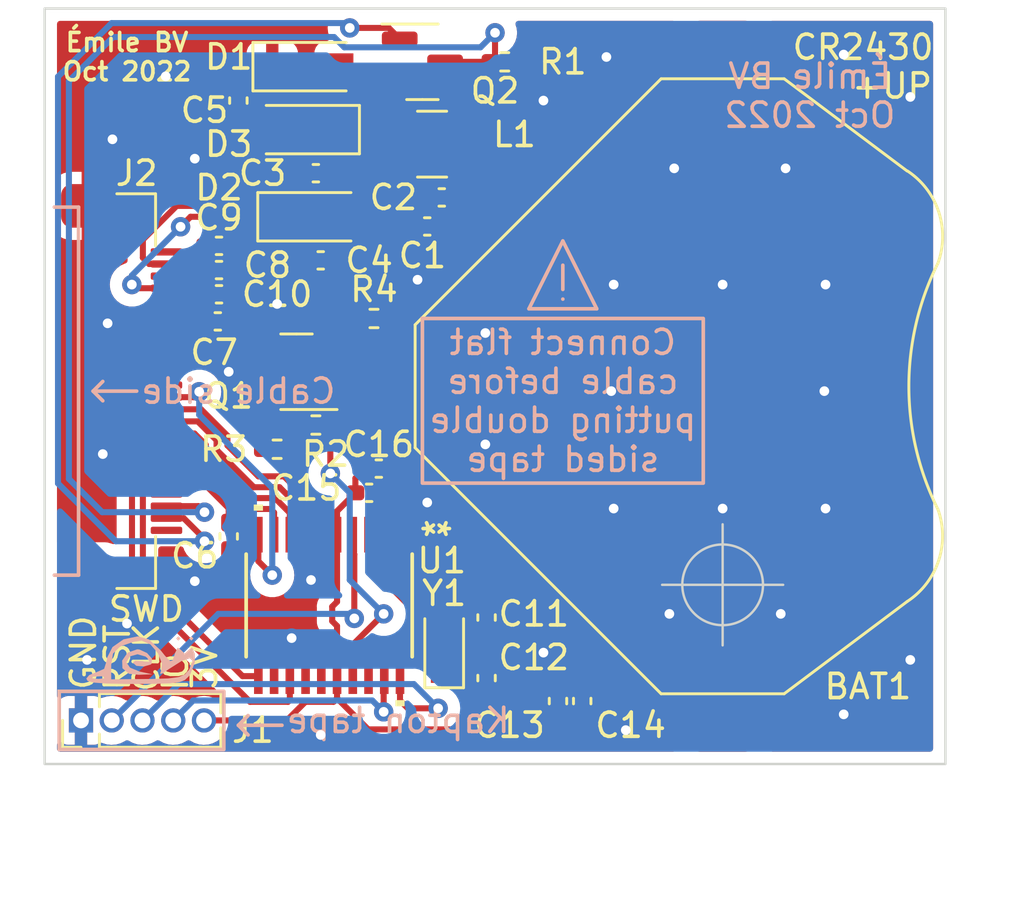
<source format=kicad_pcb>
(kicad_pcb (version 20241229) (generator "pcbnew") (generator_version "9.0")
  (layers (0 "F.Cu" signal) (2 "B.Cu" signal) (13 "F.Paste" user) (15 "B.Paste" user) (5 "F.SilkS" user "F.Silkscreen") (7 "B.SilkS" user "B.Silkscreen") (1 "F.Mask" user) (3 "B.Mask" user) (25 "Edge.Cuts" user))
  (net 0 "")
  (net 1 "Net-(C3-Pad2)")
  (net 3 "MCU_RESET")
  (net 4 "GND")
  (net 6 "/edp/edp_spi_cs")
  (net 7 "/edp/edp_spi_clk")
  (net 8 "/edp/edp_spi_mosi")
  (net 10 "/edp/edp_bs")
  (net 11 "/edp/edp_busy")
  (net 12 "/edp/edp_reset")
  (net 13 "/edp/edp_dc")
  (net 14 "SWDIO")
  (net 15 "SWDCLK")
  (net 18 "Net-(C6-Pad2)")
  (net 21 "Net-(C7-Pad1)")
  (net 23 "Net-(C10-Pad1)")
  (net 24 "Net-(C4-Pad2)")
  (net 25 "Net-(C8-Pad1)")
  (net 26 "Net-(C5-Pad2)")
  (net 27 "Net-(C9-Pad1)")
  (net 28 "VCC")
  (net 29 "Net-(C3-Pad1)")
  (net 30 "Net-(C11-Pad2)")
  (net 31 "Net-(C12-Pad2)")
  (net 33 "edpVCC")
  (net 34 "Net-(J2-Pad2)")
  (net 35 "Net-(J2-Pad3)")
  (net 36 "Net-(Q1-Pad1)")
  (net 37 "/edp/VCC_Enable")
  (footprint "FFC2B35-24-T:FFC2B35-24-T" (layer "F.Cu") (at 122.38 85.4 -90)
    (property "Reference" "J2" (at -9 0.58 0) (layer "F.SilkS"))
    (property "Value" "EDP_24pin_conn FFC2B35-24-T")
    (pad "1" smd roundrect (at 5.75 -0.65 270) (size 0.3 1.3) (layers "F.Cu" "F.Mask" "F.Paste"))
    (pad "2" smd roundrect (at 5.25 -0.65 270) (size 0.3 1.3) (layers "F.Cu" "F.Mask" "F.Paste") (net 34 "Net-(J2-Pad2)"))
    (pad "3" smd roundrect (at 4.75 -0.65 270) (size 0.3 1.3) (layers "F.Cu" "F.Mask" "F.Paste") (net 35 "Net-(J2-Pad3)"))
    (pad "4" smd roundrect (at 4.25 -0.65 270) (size 0.3 1.3) (layers "F.Cu" "F.Mask" "F.Paste"))
    (pad "5" smd roundrect (at 3.75 -0.65 270) (size 0.3 1.3) (layers "F.Cu" "F.Mask" "F.Paste") (net 18 "Net-(C6-Pad2)"))
    (pad "6" smd roundrect (at 3.25 -0.65 270) (size 0.3 1.3) (layers "F.Cu" "F.Mask" "F.Paste"))
    (pad "7" smd roundrect (at 2.75 -0.65 270) (size 0.3 1.3) (layers "F.Cu" "F.Mask" "F.Paste"))
    (pad "8" smd roundrect (at 2.25 -0.65 270) (size 0.3 1.3) (layers "F.Cu" "F.Mask" "F.Paste") (net 10 "/edp/edp_bs"))
    (pad "9" smd roundrect (at 1.75 -0.65 270) (size 0.3 1.3) (layers "F.Cu" "F.Mask" "F.Paste") (net 11 "/edp/edp_busy"))
    (pad "10" smd roundrect (at 1.25 -0.65 270) (size 0.3 1.3) (layers "F.Cu" "F.Mask" "F.Paste") (net 12 "/edp/edp_reset"))
    (pad "11" smd roundrect (at 0.75 -0.65 270) (size 0.3 1.3) (layers "F.Cu" "F.Mask" "F.Paste") (net 13 "/edp/edp_dc"))
    (pad "12" smd roundrect (at 0.25 -0.65 270) (size 0.3 1.3) (layers "F.Cu" "F.Mask" "F.Paste") (net 6 "/edp/edp_spi_cs"))
    (pad "13" smd roundrect (at -0.25 -0.65 270) (size 0.3 1.3) (layers "F.Cu" "F.Mask" "F.Paste") (net 7 "/edp/edp_spi_clk"))
    (pad "14" smd roundrect (at -0.75 -0.65 270) (size 0.3 1.3) (layers "F.Cu" "F.Mask" "F.Paste") (net 8 "/edp/edp_spi_mosi"))
    (pad "15" smd roundrect (at -1.25 -0.65 270) (size 0.3 1.3) (layers "F.Cu" "F.Mask" "F.Paste") (net 33 "edpVCC"))
    (pad "16" smd roundrect (at -1.75 -0.65 270) (size 0.3 1.3) (layers "F.Cu" "F.Mask" "F.Paste") (net 33 "edpVCC"))
    (pad "17" smd roundrect (at -2.25 -0.65 270) (size 0.3 1.3) (layers "F.Cu" "F.Mask" "F.Paste") (net 4 "GND"))
    (pad "18" smd roundrect (at -2.75 -0.65 270) (size 0.3 1.3) (layers "F.Cu" "F.Mask" "F.Paste") (net 21 "Net-(C7-Pad1)"))
    (pad "19" smd roundrect (at -3.25 -0.65 270) (size 0.3 1.3) (layers "F.Cu" "F.Mask" "F.Paste"))
    (pad "20" smd roundrect (at -3.75 -0.65 270) (size 0.3 1.3) (layers "F.Cu" "F.Mask" "F.Paste") (net 23 "Net-(C10-Pad1)"))
    (pad "21" smd roundrect (at -4.25 -0.65 270) (size 0.3 1.3) (layers "F.Cu" "F.Mask" "F.Paste") (net 24 "Net-(C4-Pad2)"))
    (pad "22" smd roundrect (at -4.75 -0.65 270) (size 0.3 1.3) (layers "F.Cu" "F.Mask" "F.Paste") (net 25 "Net-(C8-Pad1)"))
    (pad "23" smd roundrect (at -5.25 -0.65 270) (size 0.3 1.3) (layers "F.Cu" "F.Mask" "F.Paste") (net 26 "Net-(C5-Pad2)"))
    (pad "24" smd roundrect (at -5.75 -0.65 270) (size 0.3 1.3) (layers "F.Cu" "F.Mask" "F.Paste") (net 27 "Net-(C9-Pad1)"))
    (pad "Pad" smd roundrect (at -7.65 2.6 270) (size 1.8 2.2) (layers "F.Cu" "F.Mask" "F.Paste") (net 4 "GND"))
    (pad "Pad" smd roundrect (at 7.65 2.6 270) (size 1.8 2.2) (layers "F.Cu" "F.Mask" "F.Paste") (net 4 "GND"))
  )
  (footprint "Capacitor_SMD:C_0402_1005Metric_Pad0.74x0.62mm_HandSolder" (layer "F.Cu") (at 131.8 88.6 180)
    (property "Reference" "C16" (at 0 1 0) (layer "F.SilkS"))
    (property "Value" "0.1uF")
    (pad "1" smd roundrect (at -0.5675 0 180) (size 0.735 0.62) (layers "F.Cu" "F.Mask" "F.Paste") (net 4 "GND"))
    (pad "2" smd roundrect (at 0.5675 0 180) (size 0.735 0.62) (layers "F.Cu" "F.Mask" "F.Paste") (net 28 "VCC"))
  )
  (footprint "Package_TO_SOT_SMD:SOT-23" (layer "F.Cu") (at 133.6 71.8)
    (property "Reference" "Q2" (at 3 1.2 0) (layer "F.SilkS"))
    (property "Value" "PJA3430_R1_00001")
    (pad "1" smd roundrect (at -0.9375 -0.95) (size 1.475 0.6) (layers "F.Cu" "F.Mask" "F.Paste") (net 34 "Net-(J2-Pad2)"))
    (pad "2" smd roundrect (at -0.9375 0.95) (size 1.475 0.6) (layers "F.Cu" "F.Mask" "F.Paste") (net 1 "Net-(C3-Pad2)"))
    (pad "3" smd roundrect (at 0.9375 0) (size 1.475 0.6) (layers "F.Cu" "F.Mask" "F.Paste") (net 35 "Net-(J2-Pad3)"))
  )
  (footprint "MCU_STM32L010xx:TSSOP20" (layer "F.Cu") (at 129.75 94.25 -90)
    (property "Reference" "U1" (at -1.85 -4.65 0) (layer "F.SilkS"))
    (property "Value" "STM32L010F4P6")
    (fp_text user "*" (at -3.175 -4.423601 270) (layer "F.SilkS"))
    (fp_text user "*" (at -3.175 -4.423601 270) (layer "F.SilkS"))
    (pad "1" smd rect (at -2.921 -2.925 270) (size 1.4732 0.3556) (layers "F.Cu" "F.Mask" "F.Paste"))
    (pad "2" smd rect (at -2.921 -2.274999 270) (size 1.4732 0.3556) (layers "F.Cu" "F.Mask" "F.Paste") (net 30 "Net-(C11-Pad2)"))
    (pad "3" smd rect (at -2.921 -1.625001 270) (size 1.4732 0.3556) (layers "F.Cu" "F.Mask" "F.Paste") (net 31 "Net-(C12-Pad2)"))
    (pad "4" smd rect (at -2.921 -0.974999 270) (size 1.4732 0.3556) (layers "F.Cu" "F.Mask" "F.Paste") (net 3 "MCU_RESET"))
    (pad "5" smd rect (at -2.921 -0.325001 270) (size 1.4732 0.3556) (layers "F.Cu" "F.Mask" "F.Paste") (net 28 "VCC"))
    (pad "6" smd rect (at -2.921 0.324998 270) (size 1.4732 0.3556) (layers "F.Cu" "F.Mask" "F.Paste") (net 13 "/edp/edp_dc"))
    (pad "7" smd rect (at -2.921 0.974999 270) (size 1.4732 0.3556) (layers "F.Cu" "F.Mask" "F.Paste") (net 12 "/edp/edp_reset"))
    (pad "8" smd rect (at -2.921 1.624998 270) (size 1.4732 0.3556) (layers "F.Cu" "F.Mask" "F.Paste") (net 11 "/edp/edp_busy"))
    (pad "9" smd rect (at -2.921 2.274999 270) (size 1.4732 0.3556) (layers "F.Cu" "F.Mask" "F.Paste") (net 10 "/edp/edp_bs"))
    (pad "10" smd rect (at -2.921 2.924998 270) (size 1.4732 0.3556) (layers "F.Cu" "F.Mask" "F.Paste") (net 6 "/edp/edp_spi_cs"))
    (pad "11" smd rect (at 2.921 2.925 270) (size 1.4732 0.3556) (layers "F.Cu" "F.Mask" "F.Paste") (net 7 "/edp/edp_spi_clk"))
    (pad "12" smd rect (at 2.921 2.275002 270) (size 1.4732 0.3556) (layers "F.Cu" "F.Mask" "F.Paste"))
    (pad "13" smd rect (at 2.921 1.625001 270) (size 1.4732 0.3556) (layers "F.Cu" "F.Mask" "F.Paste") (net 8 "/edp/edp_spi_mosi"))
    (pad "14" smd rect (at 2.921 0.975002 270) (size 1.4732 0.3556) (layers "F.Cu" "F.Mask" "F.Paste"))
    (pad "15" smd rect (at 2.921 0.325001 270) (size 1.4732 0.3556) (layers "F.Cu" "F.Mask" "F.Paste") (net 4 "GND"))
    (pad "16" smd rect (at 2.921 -0.324998 270) (size 1.4732 0.3556) (layers "F.Cu" "F.Mask" "F.Paste") (net 28 "VCC"))
    (pad "17" smd rect (at 2.921 -0.974999 270) (size 1.4732 0.3556) (layers "F.Cu" "F.Mask" "F.Paste") (net 37 "/edp/VCC_Enable"))
    (pad "18" smd rect (at 2.921 -1.624998 270) (size 1.4732 0.3556) (layers "F.Cu" "F.Mask" "F.Paste"))
    (pad "19" smd rect (at 2.921 -2.274999 270) (size 1.4732 0.3556) (layers "F.Cu" "F.Mask" "F.Paste") (net 14 "SWDIO"))
    (pad "20" smd rect (at 2.921 -2.924998 270) (size 1.4732 0.3556) (layers "F.Cu" "F.Mask" "F.Paste") (net 15 "SWDCLK"))
  )
  (footprint "Capacitor_SMD:C_0402_1005Metric_Pad0.74x0.62mm_HandSolder" (layer "F.Cu") (at 139.2 98.2 90)
    (property "Reference" "C13" (at -1 -2 180) (layer "F.SilkS"))
    (property "Value" "1uF" (hide yes))
    (pad "1" smd roundrect (at -0.5675 0 90) (size 0.735 0.62) (layers "F.Cu" "F.Mask" "F.Paste") (net 4 "GND"))
    (pad "2" smd roundrect (at 0.5675 0 90) (size 0.735 0.62) (layers "F.Cu" "F.Mask" "F.Paste") (net 28 "VCC"))
  )
  (footprint "Crystal:Crystal_SMD_2012-2Pin_2.0x1.2mm_HandSoldering" (layer "F.Cu") (at 134.5 96 90)
    (property "Reference" "Y1" (at 2.25 0 180) (layer "F.SilkS"))
    (property "Value" "Crystal" (hide yes))
    (pad "1" smd rect (at -0.925 0 90) (size 1.05 1.1) (layers "F.Cu" "F.Mask" "F.Paste") (net 31 "Net-(C12-Pad2)"))
    (pad "2" smd rect (at 0.925 0 90) (size 1.05 1.1) (layers "F.Cu" "F.Mask" "F.Paste") (net 30 "Net-(C11-Pad2)"))
  )
  (footprint "Capacitor_SMD:C_0402_1005Metric_Pad0.74x0.62mm_HandSolder" (layer "F.Cu") (at 134.4 77.4)
    (property "Reference" "C2" (at -2 0 0) (layer "F.SilkS"))
    (property "Value" "0.1uF / 6.3V")
    (pad "1" smd roundrect (at -0.5675 0) (size 0.735 0.62) (layers "F.Cu" "F.Mask" "F.Paste") (net 33 "edpVCC"))
    (pad "2" smd roundrect (at 0.5675 0) (size 0.735 0.62) (layers "F.Cu" "F.Mask" "F.Paste") (net 4 "GND"))
  )
  (footprint "Resistor_SMD:R_0402_1005Metric_Pad0.72x0.64mm_HandSolder" (layer "F.Cu") (at 129.2 86.8 180)
    (property "Reference" "R2" (at -0.4 -1.2 180) (layer "F.SilkS"))
    (property "Value" "1")
    (pad "1" smd roundrect (at -0.5975 0 180) (size 0.715 0.64) (layers "F.Cu" "F.Mask" "F.Paste") (net 37 "/edp/VCC_Enable"))
    (pad "2" smd roundrect (at 0.5975 0 180) (size 0.715 0.64) (layers "F.Cu" "F.Mask" "F.Paste") (net 36 "Net-(Q1-Pad1)"))
  )
  (footprint "Capacitor_SMD:C_0402_1005Metric_Pad0.74x0.62mm_HandSolder" (layer "F.Cu") (at 140.2 98.2 90)
    (property "Reference" "C14" (at -1 2 180) (layer "F.SilkS"))
    (property "Value" "0.1uF")
    (pad "1" smd roundrect (at -0.5675 0 90) (size 0.735 0.62) (layers "F.Cu" "F.Mask" "F.Paste") (net 4 "GND"))
    (pad "2" smd roundrect (at 0.5675 0 90) (size 0.735 0.62) (layers "F.Cu" "F.Mask" "F.Paste") (net 28 "VCC"))
  )
  (footprint "Capacitor_SMD:C_0402_1005Metric_Pad0.74x0.62mm_HandSolder" (layer "F.Cu") (at 125.2 79.4)
    (property "Reference" "C9" (at 0 -1.16 0) (layer "F.SilkS"))
    (property "Value" "1uF / 25V")
    (pad "1" smd roundrect (at -0.5675 0) (size 0.735 0.62) (layers "F.Cu" "F.Mask" "F.Paste") (net 27 "Net-(C9-Pad1)"))
    (pad "2" smd roundrect (at 0.5675 0) (size 0.735 0.62) (layers "F.Cu" "F.Mask" "F.Paste") (net 4 "GND"))
  )
  (footprint "Resistor_SMD:R_0402_1005Metric_Pad0.72x0.64mm_HandSolder" (layer "F.Cu") (at 131.6 82.4 180)
    (property "Reference" "R4" (at 0 1.2 0) (layer "F.SilkS"))
    (property "Value" "100k")
    (pad "1" smd roundrect (at -0.5975 0 180) (size 0.715 0.64) (layers "F.Cu" "F.Mask" "F.Paste") (net 4 "GND"))
    (pad "2" smd roundrect (at 0.5975 0 180) (size 0.715 0.64) (layers "F.Cu" "F.Mask" "F.Paste") (net 33 "edpVCC"))
  )
  (footprint "CoinCellHolder:AdamTech_CR2430_BH-109B-5_num_pads" (layer "F.Cu") (at 146 85.2 -90)
    (property "Reference" "BAT1" (at 12.4 -6 0) (layer "F.SilkS"))
    (property "Value" "AdamTech_CR2430_BH-109B-5")
    (pad "1" smd roundrect (at -13.97 0 180) (size 3 2.25) (layers "F.Cu" "F.Mask" "F.Paste"))
    (pad "2" smd roundrect (at 0 13.97 270) (size 3 2.25) (layers "F.Cu" "F.Mask" "F.Paste") (net 28 "VCC"))
    (pad "3" smd roundrect (at 13.97 0 180) (size 3 2.25) (layers "F.Cu" "F.Mask" "F.Paste") (net 28 "VCC"))
    (pad "4" smd roundrect (at 0 0 270) (size 5 5) (layers "F.Cu" "F.Mask" "F.Paste") (net 4 "GND"))
  )
  (footprint "Capacitor_SMD:C_0402_1005Metric_Pad0.74x0.62mm_HandSolder" (layer "F.Cu") (at 131.4 89.6 180)
    (property "Reference" "C15" (at 2.6 0.2 180) (layer "F.SilkS"))
    (property "Value" "1uF")
    (pad "1" smd roundrect (at -0.5675 0 180) (size 0.735 0.62) (layers "F.Cu" "F.Mask" "F.Paste") (net 4 "GND"))
    (pad "2" smd roundrect (at 0.5675 0 180) (size 0.735 0.62) (layers "F.Cu" "F.Mask" "F.Paste") (net 28 "VCC"))
  )
  (footprint "Package_TO_SOT_SMD:SOT-23" (layer "F.Cu") (at 128.4 84.6 180)
    (property "Reference" "Q1" (at 2.8 -1 0) (layer "F.SilkS"))
    (property "Value" "PJA3431_R1_00001")
    (pad "1" smd roundrect (at -0.9375 -0.95 180) (size 1.475 0.6) (layers "F.Cu" "F.Mask" "F.Paste") (net 36 "Net-(Q1-Pad1)"))
    (pad "2" smd roundrect (at -0.9375 0.95 180) (size 1.475 0.6) (layers "F.Cu" "F.Mask" "F.Paste") (net 33 "edpVCC"))
    (pad "3" smd roundrect (at 0.9375 0 180) (size 1.475 0.6) (layers "F.Cu" "F.Mask" "F.Paste") (net 28 "VCC"))
  )
  (footprint "Capacitor_SMD:C_0402_1005Metric_Pad0.74x0.62mm_HandSolder" (layer "F.Cu") (at 126 73.4 -90)
    (property "Reference" "C5" (at 0.4 1.4 180) (layer "F.SilkS"))
    (property "Value" "1uF / 25V")
    (pad "1" smd roundrect (at -0.5675 0 270) (size 0.735 0.62) (layers "F.Cu" "F.Mask" "F.Paste") (net 4 "GND"))
    (pad "2" smd roundrect (at 0.5675 0 270) (size 0.735 0.62) (layers "F.Cu" "F.Mask" "F.Paste") (net 26 "Net-(C5-Pad2)"))
  )
  (footprint "Capacitor_SMD:C_0402_1005Metric_Pad0.74x0.62mm_HandSolder" (layer "F.Cu") (at 129.4 80 180)
    (property "Reference" "C4" (at -2 0 180) (layer "F.SilkS"))
    (property "Value" "1uF / 25V")
    (pad "1" smd roundrect (at -0.5675 0 180) (size 0.735 0.62) (layers "F.Cu" "F.Mask" "F.Paste") (net 4 "GND"))
    (pad "2" smd roundrect (at 0.5675 0 180) (size 0.735 0.62) (layers "F.Cu" "F.Mask" "F.Paste") (net 24 "Net-(C4-Pad2)"))
  )
  (footprint "Capacitor_SMD:C_0402_1005Metric_Pad0.74x0.62mm_HandSolder" (layer "F.Cu") (at 136.25 94.75 -90)
    (property "Reference" "C11" (at -0.15 -1.95 0) (layer "F.SilkS"))
    (property "Value" "6pF")
    (pad "1" smd roundrect (at -0.5675 0 270) (size 0.735 0.62) (layers "F.Cu" "F.Mask" "F.Paste") (net 4 "GND"))
    (pad "2" smd roundrect (at 0.5675 0 270) (size 0.735 0.62) (layers "F.Cu" "F.Mask" "F.Paste") (net 30 "Net-(C11-Pad2)"))
  )
  (footprint "Resistor_SMD:R_0402_1005Metric_Pad0.72x0.64mm_HandSolder" (layer "F.Cu") (at 137 71.8 180)
    (property "Reference" "R1" (at -2.4 0 0) (layer "F.SilkS"))
    (property "Value" "0.47R")
    (pad "1" smd roundrect (at -0.5975 0 180) (size 0.715 0.64) (layers "F.Cu" "F.Mask" "F.Paste") (net 4 "GND"))
    (pad "2" smd roundrect (at 0.5975 0 180) (size 0.715 0.64) (layers "F.Cu" "F.Mask" "F.Paste") (net 35 "Net-(J2-Pad3)"))
  )
  (footprint "Diode_SMD:D_SOD-123F" (layer "F.Cu") (at 129 78.2)
    (property "Reference" "D2" (at -3.8 -1.2 0) (layer "F.SilkS"))
    (property "Value" "SS2040FL")
    (pad "1" smd rect (at -1.4 0) (size 1.1 1.1) (layers "F.Cu" "F.Mask" "F.Paste") (net 24 "Net-(C4-Pad2)"))
    (pad "2" smd rect (at 1.4 0) (size 1.1 1.1) (layers "F.Cu" "F.Mask" "F.Paste") (net 1 "Net-(C3-Pad2)"))
  )
  (footprint "Capacitor_SMD:C_0402_1005Metric_Pad0.74x0.62mm_HandSolder" (layer "F.Cu") (at 125.6 91.4 90)
    (property "Reference" "C6" (at -0.8 -1.4 180) (layer "F.SilkS"))
    (property "Value" "1uF / 25V")
    (pad "1" smd roundrect (at -0.5675 0 90) (size 0.735 0.62) (layers "F.Cu" "F.Mask" "F.Paste") (net 4 "GND"))
    (pad "2" smd roundrect (at 0.5675 0 90) (size 0.735 0.62) (layers "F.Cu" "F.Mask" "F.Paste") (net 18 "Net-(C6-Pad2)"))
  )
  (footprint "Capacitor_SMD:C_0402_1005Metric_Pad0.74x0.62mm_HandSolder" (layer "F.Cu") (at 125.2 81.4)
    (property "Reference" "C10" (at 2.4 0 0) (layer "F.SilkS"))
    (property "Value" "1uF / 25V")
    (pad "1" smd roundrect (at -0.5675 0) (size 0.735 0.62) (layers "F.Cu" "F.Mask" "F.Paste") (net 23 "Net-(C10-Pad1)"))
    (pad "2" smd roundrect (at 0.5675 0) (size 0.735 0.62) (layers "F.Cu" "F.Mask" "F.Paste") (net 4 "GND"))
  )
  (footprint "Resistor_SMD:R_0402_1005Metric_Pad0.72x0.64mm_HandSolder" (layer "F.Cu") (at 127.6 87.8 180)
    (property "Reference" "R3" (at 2.2 0 0) (layer "F.SilkS"))
    (property "Value" "10k")
    (pad "1" smd roundrect (at -0.5975 0 180) (size 0.715 0.64) (layers "F.Cu" "F.Mask" "F.Paste") (net 36 "Net-(Q1-Pad1)"))
    (pad "2" smd roundrect (at 0.5975 0 180) (size 0.715 0.64) (layers "F.Cu" "F.Mask" "F.Paste") (net 28 "VCC"))
  )
  (footprint "Capacitor_SMD:C_0402_1005Metric_Pad0.74x0.62mm_HandSolder" (layer "F.Cu") (at 125.15 82.52)
    (property "Reference" "C7" (at -0.15 1.28 0) (layer "F.SilkS"))
    (property "Value" "1uF / 25V")
    (pad "1" smd roundrect (at -0.5675 0) (size 0.735 0.62) (layers "F.Cu" "F.Mask" "F.Paste") (net 21 "Net-(C7-Pad1)"))
    (pad "2" smd roundrect (at 0.5675 0) (size 0.735 0.62) (layers "F.Cu" "F.Mask" "F.Paste") (net 4 "GND"))
  )
  (footprint "Capacitor_SMD:C_0402_1005Metric_Pad0.74x0.62mm_HandSolder" (layer "F.Cu") (at 133.8 78.6)
    (property "Reference" "C1" (at -0.2 1.2 0) (layer "F.SilkS"))
    (property "Value" "0.1uF / 16V")
    (pad "1" smd roundrect (at -0.5675 0) (size 0.735 0.62) (layers "F.Cu" "F.Mask" "F.Paste") (net 33 "edpVCC"))
    (pad "2" smd roundrect (at 0.5675 0) (size 0.735 0.62) (layers "F.Cu" "F.Mask" "F.Paste") (net 4 "GND"))
  )
  (footprint "Inductor_SMD:L_1210_3225Metric_Pad1.42x2.65mm_HandSolder" (layer "F.Cu") (at 134 75.2 180)
    (property "Reference" "L1" (at -3.4 0.4 0) (layer "F.SilkS"))
    (property "Value" "10uH ±20% 0.8A 1276AS-H-100M=P2")
    (pad "1" smd roundrect (at -1.4875 0 180) (size 1.425 2.65) (layers "F.Cu" "F.Mask" "F.Paste") (roundrect_rratio 0.1754392982) (net 33 "edpVCC"))
    (pad "2" smd roundrect (at 1.4875 0 180) (size 1.425 2.65) (layers "F.Cu" "F.Mask" "F.Paste") (roundrect_rratio 0.1754392982) (net 1 "Net-(C3-Pad2)"))
  )
  (footprint "Connector_PinHeader_1.27mm:PinHeader_1x05_P1.27mm_Vertical" (layer "F.Cu") (at 119.5 99 90)
    (property "Reference" "J1" (at -0.4 7.1 180) (layer "F.SilkS"))
    (property "Value" "Conn_01x05_Female")
    (pad "1" thru_hole rect (at 0 0 90) (size 1 1) (drill 0.65) (layers "*.Cu" "*.Mask") (net 4 "GND"))
    (pad "2" thru_hole oval (at 0 1.27 90) (size 1 1) (drill 0.65) (layers "*.Cu" "*.Mask") (net 3 "MCU_RESET"))
    (pad "3" thru_hole oval (at 0 2.54 90) (size 1 1) (drill 0.65) (layers "*.Cu" "*.Mask") (net 15 "SWDCLK"))
    (pad "4" thru_hole oval (at 0 3.81 90) (size 1 1) (drill 0.65) (layers "*.Cu" "*.Mask") (net 14 "SWDIO"))
    (pad "5" thru_hole oval (at 0 5.08 90) (size 1 1) (drill 0.65) (layers "*.Cu" "*.Mask") (net 28 "VCC"))
  )
  (footprint "Capacitor_SMD:C_0402_1005Metric_Pad0.74x0.62mm_HandSolder" (layer "F.Cu") (at 129.2 76.4 180)
    (property "Reference" "C3" (at 2.2 0 0) (layer "F.SilkS"))
    (property "Value" "4.7uF / 25V")
    (pad "1" smd roundrect (at -0.5675 0 180) (size 0.735 0.62) (layers "F.Cu" "F.Mask" "F.Paste") (net 29 "Net-(C3-Pad1)"))
    (pad "2" smd roundrect (at 0.5675 0 180) (size 0.735 0.62) (layers "F.Cu" "F.Mask" "F.Paste") (net 1 "Net-(C3-Pad2)"))
  )
  (footprint "Diode_SMD:D_SOD-123F" (layer "F.Cu") (at 128.8 74.6 180)
    (property "Reference" "D3" (at 3.2 -0.6 0) (layer "F.SilkS"))
    (property "Value" "SS2040FL")
    (pad "1" smd rect (at -1.4 0 180) (size 1.1 1.1) (layers "F.Cu" "F.Mask" "F.Paste") (net 29 "Net-(C3-Pad1)"))
    (pad "2" smd rect (at 1.4 0 180) (size 1.1 1.1) (layers "F.Cu" "F.Mask" "F.Paste") (net 26 "Net-(C5-Pad2)"))
  )
  (footprint "Capacitor_SMD:C_0402_1005Metric_Pad0.74x0.62mm_HandSolder" (layer "F.Cu") (at 136.25 97.25 90)
    (property "Reference" "C12" (at 0.85 1.95 180) (layer "F.SilkS"))
    (property "Value" "6pF")
    (pad "1" smd roundrect (at -0.5675 0 90) (size 0.735 0.62) (layers "F.Cu" "F.Mask" "F.Paste") (net 4 "GND"))
    (pad "2" smd roundrect (at 0.5675 0 90) (size 0.735 0.62) (layers "F.Cu" "F.Mask" "F.Paste") (net 31 "Net-(C12-Pad2)"))
  )
  (footprint "Diode_SMD:D_SOD-123F" (layer "F.Cu") (at 128.8 72)
    (property "Reference" "D1" (at -3.2 -0.4 0) (layer "F.SilkS"))
    (property "Value" "SS2040FL")
    (pad "1" smd rect (at -1.4 0) (size 1.1 1.1) (layers "F.Cu" "F.Mask" "F.Paste") (net 4 "GND"))
    (pad "2" smd rect (at 1.4 0) (size 1.1 1.1) (layers "F.Cu" "F.Mask" "F.Paste") (net 29 "Net-(C3-Pad1)"))
  )
  (footprint "Capacitor_SMD:C_0402_1005Metric_Pad0.74x0.62mm_HandSolder" (layer "F.Cu") (at 125.2 80.4)
    (property "Reference" "C8" (at 2 -0.2 0) (layer "F.SilkS"))
    (property "Value" "1uF / 25V")
    (pad "1" smd roundrect (at -0.5675 0) (size 0.735 0.62) (layers "F.Cu" "F.Mask" "F.Paste") (net 25 "Net-(C8-Pad1)"))
    (pad "2" smd roundrect (at 0.5675 0) (size 0.735 0.62) (layers "F.Cu" "F.Mask" "F.Paste") (net 4 "GND"))
  )
  (footprint "LOGO" (layer "B.Cu") (at 122 96.6 180)
    (property "Reference" "G***" (hide yes))
    (property "Value" "LOGO" (hide yes))
  )
  (gr_line (start 138 82) (end 139.4 79.2) (stroke (width 0.15)) (layer "B.SilkS"))
  (gr_line (start 139.4 79.2) (end 140.8 82) (stroke (width 0.15)) (layer "B.SilkS"))
  (gr_line (start 118.4 77.8) (end 119.4 77.8) (stroke (width 0.15)) (layer "B.SilkS"))
  (gr_line (start 126 99.2) (end 126.4 98.8) (stroke (width 0.15)) (layer "B.SilkS"))
  (gr_line (start 121.8 85.4) (end 120 85.4) (stroke (width 0.15)) (layer "B.SilkS"))
  (gr_line (start 126 99.2) (end 126.4 99.6) (stroke (width 0.15)) (layer "B.SilkS"))
  (gr_line (start 127.8 99.2) (end 126 99.2) (stroke (width 0.15)) (layer "B.SilkS"))
  (gr_line (start 120 85.4) (end 120.4 85.8) (stroke (width 0.15)) (layer "B.SilkS"))
  (gr_line (start 119.4 77.8) (end 119.4 93) (stroke (width 0.15)) (layer "B.SilkS"))
  (gr_line (start 139.4 80.2) (end 139.4 81.2) (stroke (width 0.15)) (layer "B.SilkS"))
  (gr_line (start 140.8 82) (end 138 82) (stroke (width 0.15)) (layer "B.SilkS"))
  (gr_line (start 120 85.4) (end 120.4 85) (stroke (width 0.15)) (layer "B.SilkS"))
  (gr_rect (start 133.6 82.4) (end 145.2 89.2) (stroke (width 0.15)) (fill no) (layer "B.SilkS"))
  (gr_rect (start 118.6 97.8) (end 125.4 100.2) (stroke (width 0.15)) (fill no) (layer "B.SilkS"))
  (gr_line (start 139.4 81.6) (end 139.4 81.6) (stroke (width 0.15)) (layer "B.SilkS"))
  (gr_line (start 119.4 93) (end 118.4 93) (stroke (width 0.15)) (layer "B.SilkS"))
  (gr_rect (start 118 69.6) (end 155.2 100.8) (stroke (width 0.1)) (fill no) (layer "Edge.Cuts"))
  (gr_text "+UP" (at 153 72.8 0) (layer "F.SilkS") (effects (font (size 1 1))))
  (gr_text "CR2430\n" (at 151.8 71.2 0) (layer "F.SilkS") (effects (font (size 1 1))))
  (gr_text "IO\n" (at 123.4 97 90) (layer "F.SilkS") (effects (font (size 1 1))))
  (gr_text "SWD" (at 122.2 94.4 0) (layer "F.SilkS") (effects (font (size 1 1))))
  (gr_text "RST" (at 121 96.4 90) (layer "F.SilkS") (effects (font (size 1 1))))
  (gr_text "GND" (at 119.6 96.2 90) (layer "F.SilkS") (effects (font (size 1 1))))
  (gr_text "3V" (at 124.6 96.8 90) (layer "F.SilkS") (effects (font (size 1 1))))
  (gr_text "CLK\n" (at 122.2 96.4 90) (layer "F.SilkS") (effects (font (size 1 1))))
  (gr_text "Émile BV\nOct 2022" (at 121.4 71.6 0) (layer "F.SilkS") (effects (font (size 0.75 0.75))))
  (gr_text "Kapton tape\n" (at 132.6 99 0) (layer "B.SilkS") (effects (font (size 1 1)) (justify mirror)))
  (gr_text "Émile BV\nOct 2022" (at 149.6 73.2 0) (layer "B.SilkS") (effects (font (size 1 1)) (justify mirror)))
  (gr_text "Connect flat\ncable before\nputting double\nsided tape" (at 139.4 85.8 0) (layer "B.SilkS") (effects (font (size 1 1)) (justify mirror)))
  (gr_text "Cable side" (at 126 85.4 0) (layer "B.SilkS") (effects (font (size 1 1)) (justify mirror)))
  (target plus (at 146 93.4) (size 5) (width 0.1) (layer "Edge.Cuts"))
  (segment (start 128.6325 77.4325) (end 128.6325 76.4) (width 0.25) (layer "F.Cu") (net 1))
  (segment (start 130.4 78.2) (end 129.4 78.2) (width 0.25) (layer "F.Cu") (net 1))
  (segment (start 129.4 78.2) (end 128.6325 77.4325) (width 0.25) (layer "F.Cu") (net 1))
  (segment (start 132.6625 74.85) (end 130.4 77.1125) (width 0.25) (layer "F.Cu") (net 1))
  (segment (start 132.6625 72.75) (end 132.6625 74.85) (width 0.25) (layer "F.Cu") (net 1))
  (segment (start 130.4 77.1125) (end 130.4 78.2) (width 0.25) (layer "F.Cu") (net 1))
  (segment (start 130.724999 92.075001) (end 130.724999 91.329) (width 0.25) (layer "F.Cu") (net 3))
  (segment (start 130.787701 92.137703) (end 130.724999 92.075001) (width 0.25) (layer "F.Cu") (net 3))
  (segment (start 130.787701 94.787701) (end 130.787701 92.137703) (width 0.25) (layer "F.Cu") (net 3))
  (via (at 130.787701 94.787701) (size 0.8) (drill 0.4) (layers "F.Cu" "B.Cu") (net 3))
  (segment (start 130.6 94.6) (end 125.17 94.6) (width 0.25) (layer "B.Cu") (net 3))
  (segment (start 130.787701 94.787701) (end 130.6 94.6) (width 0.25) (layer "B.Cu") (net 3))
  (segment (start 125.17 94.6) (end 120.77 99) (width 0.25) (layer "B.Cu") (net 3))
  (segment (start 128.76742 95.6) (end 129.424999 96.257579) (width 0.25) (layer "F.Cu") (net 4))
  (segment (start 125.08298 83.15452) (end 123.03452 83.15452) (width 0.25) (layer "F.Cu") (net 4))
  (segment (start 125.7175 82.52) (end 125.08298 83.15452) (width 0.25) (layer "F.Cu") (net 4))
  (segment (start 123.03452 83.15452) (end 123.03 83.15) (width 0.25) (layer "F.Cu") (net 4))
  (segment (start 123.03 83.15) (end 121.35 83.15) (width 0.25) (layer "F.Cu") (net 4))
  (segment (start 129.424999 96.257579) (end 129.424999 97.171) (width 0.25) (layer "F.Cu") (net 4))
  (segment (start 128.2 95.6) (end 128.76742 95.6) (width 0.25) (layer "F.Cu") (net 4))
  (via (at 120.4 88) (size 0.8) (drill 0.4) (layers "F.Cu" "B.Cu") (net 4))
  (via (at 133.8 90) (size 0.8) (drill 0.4) (layers "F.Cu" "B.Cu") (net 4))
  (via (at 138.6 96.2) (size 0.8) (drill 0.4) (layers "F.Cu" "B.Cu") (net 4))
  (via (at 141.2 71.6) (size 0.8) (drill 0.4) (layers "F.Cu" "B.Cu") (net 4))
  (via (at 153.75 73.25) (size 0.8) (drill 0.4) (layers "F.Cu" "B.Cu") (net 4))
  (via (at 119.75 96.5) (size 0.8) (drill 0.4) (layers "F.Cu" "B.Cu") (net 4))
  (via (at 150.25 90.25) (size 0.8) (drill 0.4) (layers "F.Cu" "B.Cu") (net 4))
  (via (at 120.6 82.6) (size 0.8) (drill 0.4) (layers "F.Cu" "B.Cu") (net 4))
  (via (at 120.8 75) (size 0.8) (drill 0.4) (layers "F.Cu" "B.Cu") (net 4))
  (via (at 146 90.25) (size 0.8) (drill 0.4) (layers "F.Cu" "B.Cu") (net 4))
  (via (at 151 71.5) (size 0.8) (drill 0.4) (layers "F.Cu" "B.Cu") (net 4))
  (via (at 150.2 85.4) (size 0.8) (drill 0.4) (layers "F.Cu" "B.Cu") (net 4))
  (via (at 136.2 83) (size 0.8) (drill 0.4) (layers "F.Cu" "B.Cu") (net 4))
  (via (at 153.75 96.5) (size 0.8) (drill 0.4) (layers "F.Cu" "B.Cu") (net 4))
  (via (at 124.2 75.8) (size 0.8) (drill 0.4) (layers "F.Cu" "B.Cu") (net 4))
  (via (at 151 98.75) (size 0.8) (drill 0.4) (layers "F.Cu" "B.Cu") (net 4))
  (via (at 144 76.2) (size 0.8) (drill 0.4) (layers "F.Cu" "B.Cu") (net 4))
  (via (at 138.6 73.4) (size 0.8) (drill 0.4) (layers "F.Cu" "B.Cu") (net 4))
  (via (at 142 99.4) (size 0.8) (drill 0.4) (layers "F.Cu" "B.Cu") (net 4))
  (via (at 148.4 94.6) (size 0.8) (drill 0.4) (layers "F.Cu" "B.Cu") (net 4))
  (via (at 141.5 90.25) (size 0.8) (drill 0.4) (layers "F.Cu" "B.Cu") (net 4))
  (via (at 141.5 81) (size 0.8) (drill 0.4) (layers "F.Cu" "B.Cu") (net 4))
  (via (at 148.6 76.2) (size 0.8) (drill 0.4) (layers "F.Cu" "B.Cu") (net 4))
  (via (at 146 81) (size 0.8) (drill 0.4) (layers "F.Cu" "B.Cu") (net 4))
  (via (at 125.6 84.6) (size 0.8) (drill 0.4) (layers "F.Cu" "B.Cu") (net 4))
  (via (at 143.8 94.6) (size 0.8) (drill 0.4) (layers "F.Cu" "B.Cu") (net 4))
  (via (at 129 93.2) (size 0.8) (drill 0.4) (layers "F.Cu" "B.Cu") (net 4))
  (via (at 124.2 93.25) (size 0.8) (drill 0.4) (layers "F.Cu" "B.Cu") (net 4))
  (via (at 129.4 99.6) (size 0.8) (drill 0.4) (layers "F.Cu" "B.Cu") (net 4))
  (via (at 136.2 87.6) (size 0.8) (drill 0.4) (layers "F.Cu" "B.Cu") (net 4))
  (via (at 123 72.4) (size 0.8) (drill 0.4) (layers "F.Cu" "B.Cu") (net 4))
  (via (at 133.4 80.8) (size 0.8) (drill 0.4) (layers "F.Cu" "B.Cu") (net 4))
  (via (at 128.2 95.6) (size 0.8) (drill 0.4) (layers "F.Cu" "B.Cu") (net 4))
  (via (at 121.4 95) (size 0.8) (drill 0.4) (layers "F.Cu" "B.Cu") (net 4))
  (via (at 127.6 81.8) (size 0.8) (drill 0.4) (layers "F.Cu" "B.Cu") (net 4))
  (via (at 141.4 85.4) (size 0.8) (drill 0.4) (layers "F.Cu" "B.Cu") (net 4))
  (via (at 150.25 81) (size 0.8) (drill 0.4) (layers "F.Cu" "B.Cu") (net 4))
  (segment (start 124.15777 85.65) (end 123.03 85.65) (width 0.25) (layer "F.Cu") (net 6))
  (segment (start 124.38227 85.4255) (end 124.15777 85.65) (width 0.25) (layer "F.Cu") (net 6))
  (segment (start 126.825002 91.329) (end 126.825002 92.425002) (width 0.25) (layer "F.Cu") (net 6))
  (segment (start 126.825002 92.425002) (end 127.4 93) (width 0.25) (layer "F.Cu") (net 6))
  (via (at 124.38227 85.4255) (size 0.8) (drill 0.4) (layers "F.Cu" "B.Cu") (net 6))
  (via (at 127.4 93) (size 0.8) (drill 0.4) (layers "F.Cu" "B.Cu") (net 6))
  (segment (start 127.4 89.4) (end 124.38227 86.38227) (width 0.25) (layer "B.Cu") (net 6))
  (segment (start 127.4 93) (end 127.4 89.4) (width 0.25) (layer "B.Cu") (net 6))
  (segment (start 124.38227 86.38227) (end 124.38227 85.4255) (width 0.25) (layer "B.Cu") (net 6))
  (segment (start 122.05548 85.208536) (end 122.114016 85.15) (width 0.25) (layer "F.Cu") (net 7))
  (segment (start 126.825 97.171) (end 126.171 97.171) (width 0.25) (layer "F.Cu") (net 7))
  (segment (start 122.05548 93.05548) (end 122.05548 85.208536) (width 0.25) (layer "F.Cu") (net 7))
  (segment (start 122.114016 85.15) (end 123.03 85.15) (width 0.25) (layer "F.Cu") (net 7))
  (segment (start 126.171 97.171) (end 122.05548 93.05548) (width 0.25) (layer "F.Cu") (net 7))
  (segment (start 128.124999 97.171) (end 128.124999 98.1576) (width 0.25) (layer "F.Cu") (net 8))
  (segment (start 121.60596 93.35596) (end 121.60596 85.022338) (width 0.25) (layer "F.Cu") (net 8))
  (segment (start 121.60596 85.022338) (end 121.978298 84.65) (width 0.25) (layer "F.Cu") (net 8))
  (segment (start 121.978298 84.65) (end 123.03 84.65) (width 0.25) (layer "F.Cu") (net 8))
  (segment (start 128.124999 98.1576) (end 128.050488 98.232111) (width 0.25) (layer "F.Cu") (net 8))
  (segment (start 128.050488 98.232111) (end 126.482111 98.232111) (width 0.25) (layer "F.Cu") (net 8))
  (segment (start 126.482111 98.232111) (end 121.60596 93.35596) (width 0.25) (layer "F.Cu") (net 8))
  (segment (start 127.475001 91.329) (end 127.475001 90.415577) (width 0.25) (layer "F.Cu") (net 10))
  (segment (start 127.475001 90.415577) (end 127.327313 90.267889) (width 0.25) (layer "F.Cu") (net 10))
  (segment (start 124.05 87.65) (end 123.03 87.65) (width 0.25) (layer "F.Cu") (net 10))
  (segment (start 124.2 88.2) (end 124.2 87.8) (width 0.25) (layer "F.Cu") (net 10))
  (segment (start 124.2 87.8) (end 124.05 87.65) (width 0.25) (layer "F.Cu") (net 10))
  (segment (start 126.267889 90.267889) (end 124.2 88.2) (width 0.25) (layer "F.Cu") (net 10))
  (segment (start 127.327313 90.267889) (end 126.267889 90.267889) (width 0.25) (layer "F.Cu") (net 10))
  (segment (start 128.125002 91.329) (end 128.125002 90.429861) (width 0.25) (layer "F.Cu") (net 11))
  (segment (start 128.125002 90.429861) (end 127.51351 89.818369) (width 0.25) (layer "F.Cu") (net 11))
  (segment (start 124.64952 88.013802) (end 124.64952 87.613802) (width 0.25) (layer "F.Cu") (net 11))
  (segment (start 127.51351 89.818369) (end 126.454087 89.818369) (width 0.25) (layer "F.Cu") (net 11))
  (segment (start 124.64952 87.613802) (end 124.185718 87.15) (width 0.25) (layer "F.Cu") (net 11))
  (segment (start 126.454087 89.818369) (end 124.64952 88.013802) (width 0.25) (layer "F.Cu") (net 11))
  (segment (start 124.185718 87.15) (end 123.03 87.15) (width 0.25) (layer "F.Cu") (net 11))
  (segment (start 126.640285 89.368849) (end 127.699708 89.368849) (width 0.25) (layer "F.Cu") (net 12))
  (segment (start 125.09904 87.827604) (end 126.640285 89.368849) (width 0.25) (layer "F.Cu") (net 12))
  (segment (start 127.699708 89.368849) (end 128.775001 90.444142) (width 0.25) (layer "F.Cu") (net 12))
  (segment (start 123.03 86.65) (end 124.321435 86.65) (width 0.25) (layer "F.Cu") (net 12))
  (segment (start 125.09904 87.427605) (end 125.09904 87.827604) (width 0.25) (layer "F.Cu") (net 12))
  (segment (start 124.321435 86.65) (end 125.09904 87.427605) (width 0.25) (layer "F.Cu") (net 12))
  (segment (start 128.775001 90.444142) (end 128.775001 91.329) (width 0.25) (layer "F.Cu") (net 12))
  (segment (start 127.885906 88.919329) (end 126.826483 88.919329) (width 0.25) (layer "F.Cu") (net 13))
  (segment (start 126.826483 88.919329) (end 125.54856 87.641406) (width 0.25) (layer "F.Cu") (net 13))
  (segment (start 125.54856 87.641406) (end 125.54856 87.241407) (width 0.25) (layer "F.Cu") (net 13))
  (segment (start 129.425002 91.329) (end 129.425002 90.458425) (width 0.25) (layer "F.Cu") (net 13))
  (segment (start 124.457153 86.15) (end 123.03 86.15) (width 0.25) (layer "F.Cu") (net 13))
  (segment (start 129.425002 90.458425) (end 127.885906 88.919329) (width 0.25) (layer "F.Cu") (net 13))
  (segment (start 125.54856 87.241407) (end 124.457153 86.15) (width 0.25) (layer "F.Cu") (net 13))
  (segment (start 132 97.195999) (end 132.024999 97.171) (width 0.25) (layer "F.Cu") (net 14))
  (segment (start 132 98.6455) (end 132 97.195999) (width 0.25) (layer "F.Cu") (net 14))
  (via (at 132 98.6455) (size 0.8) (drill 0.4) (layers "F.Cu" "B.Cu") (net 14))
  (segment (start 131.529989 98.175489) (end 124.134511 98.175489) (width 0.25) (layer "B.Cu") (net 14))
  (segment (start 132 98.6455) (end 131.529989 98.175489) (width 0.25) (layer "B.Cu") (net 14))
  (segment (start 124.134511 98.175489) (end 123.31 99) (width 0.25) (layer "B.Cu") (net 14))
  (segment (start 134.25 98.5) (end 133 98.5) (width 0.25) (layer "F.Cu") (net 15))
  (segment (start 133 98.5) (end 132.674998 98.174998) (width 0.25) (layer "F.Cu") (net 15))
  (segment (start 132.674998 98.174998) (end 132.674998 97.171) (width 0.25) (layer "F.Cu") (net 15))
  (via (at 134.25 98.5) (size 0.8) (drill 0.4) (layers "F.Cu" "B.Cu") (net 15))
  (segment (start 133.25 97.5) (end 134.25 98.5) (width 0.25) (layer "B.Cu") (net 15))
  (segment (start 122.04 99) (end 123.54 97.5) (width 0.25) (layer "B.Cu") (net 15))
  (segment (start 123.54 97.5) (end 133.25 97.5) (width 0.25) (layer "B.Cu") (net 15))
  (segment (start 124.514282 89.15) (end 125.6 90.235718) (width 0.25) (layer "F.Cu") (net 18))
  (segment (start 123.03 89.15) (end 124.514282 89.15) (width 0.25) (layer "F.Cu") (net 18))
  (segment (start 125.6 90.235718) (end 125.6 90.8325) (width 0.25) (layer "F.Cu") (net 18))
  (segment (start 123.03 82.65) (end 124.4525 82.65) (width 0.25) (layer "F.Cu") (net 21))
  (segment (start 124.4525 82.65) (end 124.5825 82.52) (width 0.25) (layer "F.Cu") (net 21))
  (segment (start 123.03 81.65) (end 124.3825 81.65) (width 0.25) (layer "F.Cu") (net 23))
  (segment (start 124.3825 81.65) (end 124.6325 81.4) (width 0.25) (layer "F.Cu") (net 23))
  (segment (start 128.8325 79.4325) (end 127.6 78.2) (width 0.25) (layer "F.Cu") (net 24))
  (segment (start 124.024598 78.2) (end 123.612299 78.612299) (width 0.25) (layer "F.Cu") (net 24))
  (segment (start 121.75 81.15) (end 121.6 81) (width 0.25) (layer "F.Cu") (net 24))
  (segment (start 127.6 78.2) (end 124.024598 78.2) (width 0.25) (layer "F.Cu") (net 24))
  (segment (start 128.8325 80) (end 128.8325 79.4325) (width 0.25) (layer "F.Cu") (net 24))
  (segment (start 123.03 81.15) (end 121.75 81.15) (width 0.25) (layer "F.Cu") (net 24))
  (via (at 121.6 81) (size 0.8) (drill 0.4) (layers "F.Cu" "B.Cu") (net 24))
  (via (at 123.612299 78.612299) (size 0.8) (drill 0.4) (layers "F.Cu" "B.Cu") (net 24))
  (segment (start 121.6 80.624598) (end 121.6 81) (width 0.25) (layer "B.Cu") (net 24))
  (segment (start 123.612299 78.612299) (end 121.6 80.624598) (width 0.25) (layer "B.Cu") (net 24))
  (segment (start 124.3825 80.65) (end 124.6325 80.4) (width 0.25) (layer "F.Cu") (net 25))
  (segment (start 123.03 80.65) (end 124.3825 80.65) (width 0.25) (layer "F.Cu") (net 25))
  (segment (start 123.449504 77.75048) (end 122.05548 79.144504) (width 0.25) (layer "F.Cu") (net 26))
  (segment (start 126.6325 74.6) (end 126 73.9675) (width 0.25) (layer "F.Cu") (net 26))
  (segment (start 125.64952 77.75048) (end 123.449504 77.75048) (width 0.25) (layer "F.Cu") (net 26))
  (segment (start 127.4 76) (end 125.64952 77.75048) (width 0.25) (layer "F.Cu") (net 26))
  (segment (start 122.05548 79.890486) (end 122.314994 80.15) (width 0.25) (layer "F.Cu") (net 26))
  (segment (start 127.4 74.6) (end 127.4 76) (width 0.25) (layer "F.Cu") (net 26))
  (segment (start 122.314994 80.15) (end 123.03 80.15) (width 0.25) (layer "F.Cu") (net 26))
  (segment (start 127.4 74.6) (end 126.6325 74.6) (width 0.25) (layer "F.Cu") (net 26))
  (segment (start 122.05548 79.144504) (end 122.05548 79.890486) (width 0.25) (layer "F.Cu") (net 26))
  (segment (start 124.3825 79.65) (end 124.6325 79.4) (width 0.25) (layer "F.Cu") (net 27))
  (segment (start 123.03 79.65) (end 124.3825 79.65) (width 0.25) (layer "F.Cu") (net 27))
  (segment (start 128 99) (end 128.767889 98.232111) (width 0.25) (layer "F.Cu") (net 28))
  (segment (start 130.075001 90.357499) (end 130.8325 89.6) (width 0.25) (layer "F.Cu") (net 28))
  (segment (start 127.4625 84.6) (end 131.43 84.6) (width 0.25) (layer "F.Cu") (net 28))
  (segment (start 130.074998 98.084421) (end 130.074998 97.171) (width 0.25) (layer "F.Cu") (net 28))
  (segment (start 129.875489 94.299897) (end 130.075001 94.100385) (width 0.25) (layer "F.Cu") (net 28))
  (segment (start 130.074998 97.171) (end 130.074998 95.099612) (width 0.25) (layer "F.Cu") (net 28))
  (segment (start 130.075001 94.100385) (end 130.075001 91.329) (width 0.25) (layer "F.Cu") (net 28))
  (segment (start 129.875489 94.900103) (end 129.875489 94.299897) (width 0.25) (layer "F.Cu") (net 28))
  (segment (start 130.075001 91.329) (end 130.075001 90.357499) (width 0.25) (layer "F.Cu") (net 28))
  (segment (start 139.2 97.6325) (end 137.462489 99.370011) (width 0.25) (layer "F.Cu") (net 28))
  (segment (start 131.360588 99.370011) (end 130.074998 98.084421) (width 0.25) (layer "F.Cu") (net 28))
  (segment (start 127.0025 85.06) (end 127.4625 84.6) (width 0.25) (layer "F.Cu") (net 28))
  (segment (start 128.767889 98.232111) (end 129.927308 98.232111) (width 0.25) (layer "F.Cu") (net 28))
  (segment (start 140.2 97.6325) (end 139.2 97.6325) (width 0.25) (layer "F.Cu") (net 28))
  (segment (start 124.58 99) (end 128 99) (width 0.25) (layer "F.Cu") (net 28))
  (segment (start 131.43 84.6) (end 132.03 85.2) (width 0.25) (layer "F.Cu") (net 28))
  (segment (start 144.4625 97.6325) (end 140.2 97.6325) (width 0.25) (layer "F.Cu") (net 28))
  (segment (start 137.462489 99.370011) (end 131.360588 99.370011) (width 0.25) (layer "F.Cu") (net 28))
  (segment (start 130.8325 89.6) (end 130.8325 89) (width 0.25) (layer "F.Cu") (net 28))
  (segment (start 129.927308 98.232111) (end 130.074998 98.084421) (width 0.25) (layer "F.Cu") (net 28))
  (segment (start 130.8325 89) (end 131.2325 88.6) (width 0.25) (layer "F.Cu") (net 28))
  (segment (start 130.074998 95.099612) (end 129.875489 94.900103) (width 0.25) (layer "F.Cu") (net 28))
  (segment (start 131.2325 85.9975) (end 132.03 85.2) (width 0.25) (layer "F.Cu") (net 28))
  (segment (start 146 99.17) (end 144.4625 97.6325) (width 0.25) (layer "F.Cu") (net 28))
  (segment (start 127.0025 87.8) (end 127.0025 85.06) (width 0.25) (layer "F.Cu") (net 28))
  (segment (start 131.2325 88.6) (end 131.2325 85.9975) (width 0.25) (layer "F.Cu") (net 28))
  (segment (start 129.7675 75.0325) (end 130.2 74.6) (width 0.25) (layer "F.Cu") (net 29))
  (segment (start 129.7675 76.4) (end 129.7675 75.0325) (width 0.25) (layer "F.Cu") (net 29))
  (segment (start 130.2 74.6) (end 130.2 72) (width 0.25) (layer "F.Cu") (net 29))
  (segment (start 136.0075 95.075) (end 136.25 95.3175) (width 0.25) (layer "F.Cu") (net 30))
  (segment (start 134.5 95.075) (end 136.0075 95.075) (width 0.25) (layer "F.Cu") (net 30))
  (segment (start 132.024999 92.599999) (end 134.5 95.075) (width 0.25) (layer "F.Cu") (net 30))
  (segment (start 132.024999 91.329) (end 132.024999 92.599999) (width 0.25) (layer "F.Cu") (net 30))
  (segment (start 136.0075 96.925) (end 136.25 96.6825) (width 0.25) (layer "F.Cu") (net 31))
  (segment (start 131.375001 91.329) (end 131.375001 92.585719) (width 0.25) (layer "F.Cu") (net 31))
  (segment (start 133.4 94.610718) (end 133.4 95.825) (width 0.25) (layer "F.Cu") (net 31))
  (segment (start 134.5 96.925) (end 136.0075 96.925) (width 0.25) (layer "F.Cu") (net 31))
  (segment (start 131.375001 92.585719) (end 133.4 94.610718) (width 0.25) (layer "F.Cu") (net 31))
  (segment (start 133.4 95.825) (end 134.5 96.925) (width 0.25) (layer "F.Cu") (net 31))
  (segment (start 130.5875 82.4) (end 129.3375 83.65) (width 0.25) (layer "F.Cu") (net 33))
  (segment (start 124.55 83.65) (end 123.03 83.65) (width 0.25) (layer "F.Cu") (net 33))
  (segment (start 131.0025 80.83) (end 133.2325 78.6) (width 0.25) (layer "F.Cu") (net 33))
  (segment (start 124.05 84.15) (end 124.55 83.65) (width 0.25) (layer "F.Cu") (net 33))
  (segment (start 131.0025 82.4) (end 131.0025 80.83) (width 0.25) (layer "F.Cu") (net 33))
  (segment (start 133.2325 78.6) (end 133.2325 78) (width 0.25) (layer "F.Cu") (net 33))
  (segment (start 135.4875 75) (end 133.8325 76.655) (width 0.25) (layer "F.Cu") (net 33))
  (segment (start 123.03 84.15) (end 124.05 84.15) (width 0.25) (layer "F.Cu") (net 33))
  (segment (start 129.3375 83.65) (end 124.55 83.65) (width 0.25) (layer "F.Cu") (net 33))
  (segment (start 133.2325 78) (end 133.8325 77.4) (width 0.25) (layer "F.Cu") (net 33))
  (segment (start 131.0025 82.4) (end 130.5875 82.4) (width 0.25) (layer "F.Cu") (net 33))
  (segment (start 133.8325 76.655) (end 133.8325 77.4) (width 0.25) (layer "F.Cu") (net 33))
  (segment (start 123.03 90.65) (end 123.745006 90.65) (width 0.25) (layer "F.Cu") (net 34))
  (segment (start 130.6 70.4) (end 132.2125 70.4) (width 0.25) (layer "F.Cu") (net 34))
  (segment (start 123.745006 90.65) (end 124.6 91.504994) (width 0.25) (layer "F.Cu") (net 34))
  (segment (start 124.6 91.504994) (end 124.6 91.6) (width 0.25) (layer "F.Cu") (net 34))
  (segment (start 132.2125 70.4) (end 132.6625 70.85) (width 0.25) (layer "F.Cu") (net 34))
  (via (at 130.6 70.4) (size 0.8) (drill 0.4) (layers "F.Cu" "B.Cu") (net 34))
  (via (at 124.6 91.6) (size 0.8) (drill 0.4) (layers "F.Cu" "B.Cu") (net 34))
  (segment (start 124.6 91.6) (end 120.939668 91.6) (width 0.25) (layer "B.Cu") (net 34))
  (segment (start 120.764282 70.2) (end 130.4 70.2) (width 0.25) (layer "B.Cu") (net 34))
  (segment (start 118.55048 72.413802) (end 120.764282 70.2) (width 0.25) (layer "B.Cu") (net 34))
  (segment (start 130.4 70.2) (end 130.6 70.4) (width 0.25) (layer "B.Cu") (net 34))
  (segment (start 120.939668 91.6) (end 118.55048 89.210811) (width 0.25) (layer "B.Cu") (net 34))
  (segment (start 118.55048 89.210811) (end 118.55048 72.413802) (width 0.25) (layer "B.Cu") (net 34))
  (segment (start 136.6 70.6) (end 136.6 71.6025) (width 0.25) (layer "F.Cu") (net 35))
  (segment (start 123.03 90.15) (end 124.35 90.15) (width 0.25) (layer "F.Cu") (net 35))
  (segment (start 124.35 90.15) (end 124.6 90.4) (width 0.25) (layer "F.Cu") (net 35))
  (segment (start 136.4025 71.8) (end 134.5375 71.8) (width 0.25) (layer "F.Cu") (net 35))
  (segment (start 136.6 71.6025) (end 136.4025 71.8) (width 0.25) (layer "F.Cu") (net 35))
  (via (at 124.6 90.4) (size 0.8) (drill 0.4) (layers "F.Cu" "B.Cu") (net 35))
  (via (at 136.6 70.6) (size 0.8) (drill 0.4) (layers "F.Cu" "B.Cu") (net 35))
  (segment (start 129.950875 70.775489) (end 120.824511 70.775489) (width 0.25) (layer "B.Cu") (net 35))
  (segment (start 119 72.6) (end 119 89.024614) (width 0.25) (layer "B.Cu") (net 35))
  (segment (start 119 89.024614) (end 120.375386 90.4) (width 0.25) (layer "B.Cu") (net 35))
  (segment (start 130.375386 71.2) (end 129.950875 70.775489) (width 0.25) (layer "B.Cu") (net 35))
  (segment (start 120.824511 70.775489) (end 119 72.6) (width 0.25) (layer "B.Cu") (net 35))
  (segment (start 136.6 70.6) (end 136 71.2) (width 0.25) (layer "B.Cu") (net 35))
  (segment (start 136 71.2) (end 130.375386 71.2) (width 0.25) (layer "B.Cu") (net 35))
  (segment (start 120.375386 90.4) (end 124.6 90.4) (width 0.25) (layer "B.Cu") (net 35))
  (segment (start 128.6025 86.285) (end 129.3375 85.55) (width 0.25) (layer "F.Cu") (net 36))
  (segment (start 128.6025 86.8) (end 128.6025 87.395) (width 0.25) (layer "F.Cu") (net 36))
  (segment (start 128.6025 86.8) (end 128.6025 86.285) (width 0.25) (layer "F.Cu") (net 36))
  (segment (start 128.6025 87.395) (end 128.1975 87.8) (width 0.25) (layer "F.Cu") (net 36))
  (segment (start 129.7975 88.7975) (end 129.7975 86.8) (width 0.25) (layer "F.Cu") (net 37))
  (segment (start 130.724999 95.875001) (end 130.724999 97.171) (width 0.25) (layer "F.Cu") (net 37))
  (segment (start 129.8 88.8) (end 129.7975 88.7975) (width 0.25) (layer "F.Cu") (net 37))
  (segment (start 132 94.6) (end 130.724999 95.875001) (width 0.25) (layer "F.Cu") (net 37))
  (via (at 129.8 88.8) (size 0.8) (drill 0.4) (layers "F.Cu" "B.Cu") (net 37))
  (via (at 132 94.6) (size 0.8) (drill 0.4) (layers "F.Cu" "B.Cu") (net 37))
  (segment (start 130.6 93.2) (end 132 94.6) (width 0.25) (layer "B.Cu") (net 37))
  (segment (start 130.6 89.6) (end 130.6 93.2) (width 0.25) (layer "B.Cu") (net 37))
  (segment (start 129.8 88.8) (end 130.6 89.6) (width 0.25) (layer "B.Cu") (net 37))
  (zone (net 4) (net_name "GND") (layer "F.Cu") (name "GND") (connect_pads (clearance 0.508)) (min_thickness 0.254) (fill yes (thermal_gap 0.508) (thermal_bridge_width 0.508))
    (polygon (pts (xy 155.2 100.8) (xy 118 100.8) (xy 118 69.6) (xy 155.2 69.6)))
  )
  (zone (net 4) (net_name "GND") (layer "F.Cu") (name "GND") (connect_pads yes (clearance 0.508)) (min_thickness 0.254) (fill yes (thermal_gap 0.508) (thermal_bridge_width 0.508))
    (polygon (pts (xy 150.5 90) (xy 141.25 90) (xy 141.25 81.1) (xy 150.5 81.1)))
  )
  (zone (net 4) (net_name "GND") (layer "B.Cu") (name "GND") (connect_pads (clearance 0.508)) (min_thickness 0.254) (fill yes (thermal_gap 0.508) (thermal_bridge_width 0.508))
    (polygon (pts (xy 155.2 100.8) (xy 118 100.8) (xy 118 69.6) (xy 155.2 69.6)))
  )
)
</source>
